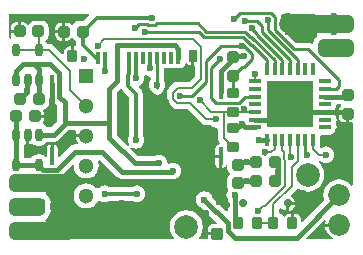
<source format=gbl>
%FSLAX44Y44*%
%MOMM*%
G71*
G01*
G75*
G04 Layer_Physical_Order=2*
G04 Layer_Color=16711680*
%ADD10O,2.5000X0.7000*%
%ADD11O,0.7000X2.5000*%
%ADD12R,0.4000X1.4000*%
G04:AMPARAMS|DCode=13|XSize=1.8mm|YSize=1.9mm|CornerRadius=0.45mm|HoleSize=0mm|Usage=FLASHONLY|Rotation=0.000|XOffset=0mm|YOffset=0mm|HoleType=Round|Shape=RoundedRectangle|*
%AMROUNDEDRECTD13*
21,1,1.8000,1.0000,0,0,0.0*
21,1,0.9000,1.9000,0,0,0.0*
1,1,0.9000,0.4500,-0.5000*
1,1,0.9000,-0.4500,-0.5000*
1,1,0.9000,-0.4500,0.5000*
1,1,0.9000,0.4500,0.5000*
%
%ADD13ROUNDEDRECTD13*%
G04:AMPARAMS|DCode=14|XSize=1.5mm|YSize=1.5mm|CornerRadius=0.375mm|HoleSize=0mm|Usage=FLASHONLY|Rotation=180.000|XOffset=0mm|YOffset=0mm|HoleType=Round|Shape=RoundedRectangle|*
%AMROUNDEDRECTD14*
21,1,1.5000,0.7500,0,0,180.0*
21,1,0.7500,1.5000,0,0,180.0*
1,1,0.7500,-0.3750,0.3750*
1,1,0.7500,0.3750,0.3750*
1,1,0.7500,0.3750,-0.3750*
1,1,0.7500,-0.3750,-0.3750*
%
%ADD14ROUNDEDRECTD14*%
%ADD15O,0.8000X1.8000*%
G04:AMPARAMS|DCode=16|XSize=1mm|YSize=1.2mm|CornerRadius=0.165mm|HoleSize=0mm|Usage=FLASHONLY|Rotation=90.000|XOffset=0mm|YOffset=0mm|HoleType=Round|Shape=RoundedRectangle|*
%AMROUNDEDRECTD16*
21,1,1.0000,0.8700,0,0,90.0*
21,1,0.6700,1.2000,0,0,90.0*
1,1,0.3300,0.4350,0.3350*
1,1,0.3300,0.4350,-0.3350*
1,1,0.3300,-0.4350,-0.3350*
1,1,0.3300,-0.4350,0.3350*
%
%ADD16ROUNDEDRECTD16*%
%ADD17C,0.2000*%
%ADD18C,0.2500*%
%ADD19C,0.4000*%
%ADD20C,0.3500*%
%ADD21C,0.6000*%
%ADD22C,1.5000*%
%ADD23C,1.1000*%
%ADD24C,0.7000*%
%ADD25C,0.7000*%
%ADD26C,2.0000*%
%ADD27R,1.3000X1.3000*%
%ADD28C,1.3000*%
%ADD29C,1.8500*%
%ADD30C,0.6000*%
G04:AMPARAMS|DCode=31|XSize=1mm|YSize=0.9mm|CornerRadius=0.198mm|HoleSize=0mm|Usage=FLASHONLY|Rotation=90.000|XOffset=0mm|YOffset=0mm|HoleType=Round|Shape=RoundedRectangle|*
%AMROUNDEDRECTD31*
21,1,1.0000,0.5040,0,0,90.0*
21,1,0.6040,0.9000,0,0,90.0*
1,1,0.3960,0.2520,0.3020*
1,1,0.3960,0.2520,-0.3020*
1,1,0.3960,-0.2520,-0.3020*
1,1,0.3960,-0.2520,0.3020*
%
%ADD31ROUNDEDRECTD31*%
G04:AMPARAMS|DCode=32|XSize=1mm|YSize=0.9mm|CornerRadius=0.198mm|HoleSize=0mm|Usage=FLASHONLY|Rotation=0.000|XOffset=0mm|YOffset=0mm|HoleType=Round|Shape=RoundedRectangle|*
%AMROUNDEDRECTD32*
21,1,1.0000,0.5040,0,0,0.0*
21,1,0.6040,0.9000,0,0,0.0*
1,1,0.3960,0.3020,-0.2520*
1,1,0.3960,-0.3020,-0.2520*
1,1,0.3960,-0.3020,0.2520*
1,1,0.3960,0.3020,0.2520*
%
%ADD32ROUNDEDRECTD32*%
G04:AMPARAMS|DCode=33|XSize=1mm|YSize=0.95mm|CornerRadius=0.1995mm|HoleSize=0mm|Usage=FLASHONLY|Rotation=270.000|XOffset=0mm|YOffset=0mm|HoleType=Round|Shape=RoundedRectangle|*
%AMROUNDEDRECTD33*
21,1,1.0000,0.5510,0,0,270.0*
21,1,0.6010,0.9500,0,0,270.0*
1,1,0.3990,-0.2755,-0.3005*
1,1,0.3990,-0.2755,0.3005*
1,1,0.3990,0.2755,0.3005*
1,1,0.3990,0.2755,-0.3005*
%
%ADD33ROUNDEDRECTD33*%
G04:AMPARAMS|DCode=34|XSize=1mm|YSize=0.95mm|CornerRadius=0.1995mm|HoleSize=0mm|Usage=FLASHONLY|Rotation=0.000|XOffset=0mm|YOffset=0mm|HoleType=Round|Shape=RoundedRectangle|*
%AMROUNDEDRECTD34*
21,1,1.0000,0.5510,0,0,0.0*
21,1,0.6010,0.9500,0,0,0.0*
1,1,0.3990,0.3005,-0.2755*
1,1,0.3990,-0.3005,-0.2755*
1,1,0.3990,-0.3005,0.2755*
1,1,0.3990,0.3005,0.2755*
%
%ADD34ROUNDEDRECTD34*%
%ADD35R,4.0000X4.0000*%
%ADD36O,0.4000X1.1000*%
%ADD37O,1.1000X0.4000*%
G04:AMPARAMS|DCode=38|XSize=0.375mm|YSize=1.5mm|CornerRadius=0.0825mm|HoleSize=0mm|Usage=FLASHONLY|Rotation=180.000|XOffset=0mm|YOffset=0mm|HoleType=Round|Shape=RoundedRectangle|*
%AMROUNDEDRECTD38*
21,1,0.3750,1.3350,0,0,180.0*
21,1,0.2100,1.5000,0,0,180.0*
1,1,0.1650,-0.1050,0.6675*
1,1,0.1650,0.1050,0.6675*
1,1,0.1650,0.1050,-0.6675*
1,1,0.1650,-0.1050,-0.6675*
%
%ADD38ROUNDEDRECTD38*%
G04:AMPARAMS|DCode=39|XSize=0.375mm|YSize=1.25mm|CornerRadius=0.0825mm|HoleSize=0mm|Usage=FLASHONLY|Rotation=180.000|XOffset=0mm|YOffset=0mm|HoleType=Round|Shape=RoundedRectangle|*
%AMROUNDEDRECTD39*
21,1,0.3750,1.0850,0,0,180.0*
21,1,0.2100,1.2500,0,0,180.0*
1,1,0.1650,-0.1050,0.5425*
1,1,0.1650,0.1050,0.5425*
1,1,0.1650,0.1050,-0.5425*
1,1,0.1650,-0.1050,-0.5425*
%
%ADD39ROUNDEDRECTD39*%
G04:AMPARAMS|DCode=40|XSize=0.375mm|YSize=1.6mm|CornerRadius=0.0825mm|HoleSize=0mm|Usage=FLASHONLY|Rotation=180.000|XOffset=0mm|YOffset=0mm|HoleType=Round|Shape=RoundedRectangle|*
%AMROUNDEDRECTD40*
21,1,0.3750,1.4350,0,0,180.0*
21,1,0.2100,1.6000,0,0,180.0*
1,1,0.1650,-0.1050,0.7175*
1,1,0.1650,0.1050,0.7175*
1,1,0.1650,0.1050,-0.7175*
1,1,0.1650,-0.1050,-0.7175*
%
%ADD40ROUNDEDRECTD40*%
G04:AMPARAMS|DCode=41|XSize=1.1mm|YSize=0.9mm|CornerRadius=0.3015mm|HoleSize=0mm|Usage=FLASHONLY|Rotation=90.000|XOffset=0mm|YOffset=0mm|HoleType=Round|Shape=RoundedRectangle|*
%AMROUNDEDRECTD41*
21,1,1.1000,0.2970,0,0,90.0*
21,1,0.4970,0.9000,0,0,90.0*
1,1,0.6030,0.1485,0.2485*
1,1,0.6030,0.1485,-0.2485*
1,1,0.6030,-0.1485,-0.2485*
1,1,0.6030,-0.1485,0.2485*
%
%ADD41ROUNDEDRECTD41*%
G04:AMPARAMS|DCode=42|XSize=1mm|YSize=0.4mm|CornerRadius=0.1mm|HoleSize=0mm|Usage=FLASHONLY|Rotation=90.000|XOffset=0mm|YOffset=0mm|HoleType=Round|Shape=RoundedRectangle|*
%AMROUNDEDRECTD42*
21,1,1.0000,0.2000,0,0,90.0*
21,1,0.8000,0.4000,0,0,90.0*
1,1,0.2000,0.1000,0.4000*
1,1,0.2000,0.1000,-0.4000*
1,1,0.2000,-0.1000,-0.4000*
1,1,0.2000,-0.1000,0.4000*
%
%ADD42ROUNDEDRECTD42*%
G04:AMPARAMS|DCode=43|XSize=0.75mm|YSize=1.1mm|CornerRadius=0.165mm|HoleSize=0mm|Usage=FLASHONLY|Rotation=180.000|XOffset=0mm|YOffset=0mm|HoleType=Round|Shape=RoundedRectangle|*
%AMROUNDEDRECTD43*
21,1,0.7500,0.7700,0,0,180.0*
21,1,0.4200,1.1000,0,0,180.0*
1,1,0.3300,-0.2100,0.3850*
1,1,0.3300,0.2100,0.3850*
1,1,0.3300,0.2100,-0.3850*
1,1,0.3300,-0.2100,-0.3850*
%
%ADD43ROUNDEDRECTD43*%
G04:AMPARAMS|DCode=44|XSize=1mm|YSize=1.1mm|CornerRadius=0.165mm|HoleSize=0mm|Usage=FLASHONLY|Rotation=180.000|XOffset=0mm|YOffset=0mm|HoleType=Round|Shape=RoundedRectangle|*
%AMROUNDEDRECTD44*
21,1,1.0000,0.7700,0,0,180.0*
21,1,0.6700,1.1000,0,0,180.0*
1,1,0.3300,-0.3350,0.3850*
1,1,0.3300,0.3350,0.3850*
1,1,0.3300,0.3350,-0.3850*
1,1,0.3300,-0.3350,-0.3850*
%
%ADD44ROUNDEDRECTD44*%
G04:AMPARAMS|DCode=45|XSize=1.1mm|YSize=0.75mm|CornerRadius=0.2512mm|HoleSize=0mm|Usage=FLASHONLY|Rotation=90.000|XOffset=0mm|YOffset=0mm|HoleType=Round|Shape=RoundedRectangle|*
%AMROUNDEDRECTD45*
21,1,1.1000,0.2475,0,0,90.0*
21,1,0.5975,0.7500,0,0,90.0*
1,1,0.5025,0.1238,0.2988*
1,1,0.5025,0.1238,-0.2988*
1,1,0.5025,-0.1238,-0.2988*
1,1,0.5025,-0.1238,0.2988*
%
%ADD45ROUNDEDRECTD45*%
G04:AMPARAMS|DCode=46|XSize=1.1mm|YSize=0.6mm|CornerRadius=0.201mm|HoleSize=0mm|Usage=FLASHONLY|Rotation=270.000|XOffset=0mm|YOffset=0mm|HoleType=Round|Shape=RoundedRectangle|*
%AMROUNDEDRECTD46*
21,1,1.1000,0.1980,0,0,270.0*
21,1,0.6980,0.6000,0,0,270.0*
1,1,0.4020,-0.0990,-0.3490*
1,1,0.4020,-0.0990,0.3490*
1,1,0.4020,0.0990,0.3490*
1,1,0.4020,0.0990,-0.3490*
%
%ADD46ROUNDEDRECTD46*%
G04:AMPARAMS|DCode=47|XSize=1.5mm|YSize=3mm|CornerRadius=0.375mm|HoleSize=0mm|Usage=FLASHONLY|Rotation=270.000|XOffset=0mm|YOffset=0mm|HoleType=Round|Shape=RoundedRectangle|*
%AMROUNDEDRECTD47*
21,1,1.5000,2.2500,0,0,270.0*
21,1,0.7500,3.0000,0,0,270.0*
1,1,0.7500,-1.1250,-0.3750*
1,1,0.7500,-1.1250,0.3750*
1,1,0.7500,1.1250,0.3750*
1,1,0.7500,1.1250,-0.3750*
%
%ADD47ROUNDEDRECTD47*%
G36*
X61343Y95827D02*
X60943Y94860D01*
X60799Y93770D01*
X69750D01*
Y91230D01*
X60799D01*
X60943Y90140D01*
X61854Y87941D01*
X63046Y86388D01*
X62575Y85118D01*
X60250D01*
X57909Y84652D01*
X55924Y83326D01*
X46654Y74056D01*
X45481Y74542D01*
Y81675D01*
X45220Y82988D01*
X44476Y84101D01*
X43363Y84845D01*
X42270Y85062D01*
Y75000D01*
X39730D01*
Y85062D01*
X38637Y84845D01*
X37524Y84101D01*
X36780Y82988D01*
X36519Y81675D01*
Y74820D01*
X35249Y74435D01*
X34823Y75073D01*
X32835Y76401D01*
X30490Y76868D01*
X28510D01*
X26165Y76401D01*
X24177Y75073D01*
X23038Y73368D01*
X16962D01*
X16617Y73884D01*
Y84475D01*
X17888Y85344D01*
X18730Y85177D01*
Y93250D01*
X21270D01*
Y85177D01*
X22765Y85474D01*
X23035Y85654D01*
X24177Y85427D01*
X26165Y84099D01*
X28510Y83632D01*
X30490D01*
X32835Y84099D01*
X34823Y85427D01*
X35963Y87133D01*
X42250D01*
X44591Y87598D01*
X46576Y88924D01*
X54534Y96882D01*
X60637D01*
X61343Y95827D01*
D02*
G37*
G36*
X39950Y125144D02*
X40904D01*
X41348Y122909D01*
X42674Y120924D01*
X45382Y118216D01*
Y105034D01*
X39716Y99368D01*
X35963D01*
X34823Y101073D01*
X33642Y101862D01*
X33226Y103509D01*
X33238Y103543D01*
X33527Y103976D01*
X33879Y105745D01*
Y107480D01*
X26500D01*
Y110020D01*
X33879D01*
Y111755D01*
X33527Y113525D01*
X33359Y113776D01*
X33845Y114949D01*
X34594Y115098D01*
X36577Y116423D01*
X37902Y118406D01*
X38367Y120745D01*
Y124174D01*
X39637Y125206D01*
X39950Y125144D01*
D02*
G37*
G36*
X99832Y131885D02*
X100855Y130354D01*
X105887Y125322D01*
Y92358D01*
X105635Y92030D01*
X104930Y90327D01*
X104690Y88500D01*
X104930Y86673D01*
X105635Y84970D01*
X106156Y84292D01*
X105199Y83453D01*
X95367Y93284D01*
Y120500D01*
X95368Y120500D01*
Y129216D01*
X98391Y132239D01*
X99832Y131885D01*
D02*
G37*
G36*
X272538Y20290D02*
X272264Y19628D01*
X272026Y17820D01*
X283750D01*
Y15280D01*
X272026D01*
X272264Y13472D01*
X273451Y10604D01*
X275341Y8141D01*
X277804Y6252D01*
X278754Y5858D01*
X278501Y4588D01*
X256699D01*
X256213Y5762D01*
X271461Y21010D01*
X272538Y20290D01*
D02*
G37*
G36*
X285225Y118886D02*
X285361Y117583D01*
X285312Y117416D01*
X284725Y117024D01*
X283723Y115525D01*
X283371Y113755D01*
Y112270D01*
X291000D01*
Y111000D01*
X292270D01*
Y103621D01*
X294005D01*
X294430Y103706D01*
X295412Y102900D01*
Y50604D01*
X294142Y50173D01*
X293200Y51400D01*
X290432Y53524D01*
X287209Y54859D01*
X283750Y55314D01*
X280291Y54859D01*
X277068Y53524D01*
X274300Y51400D01*
X272176Y48632D01*
X270841Y45409D01*
X270386Y41950D01*
X270841Y38491D01*
X271075Y37926D01*
X252552Y19403D01*
X251378Y19889D01*
Y21770D01*
X251028Y23534D01*
X250029Y25029D01*
X248534Y26028D01*
X246770Y26379D01*
X245520D01*
Y18750D01*
X242980D01*
Y26379D01*
X241730D01*
X239966Y26028D01*
X238471Y25029D01*
X237733Y23925D01*
X236403Y24103D01*
X235081Y26081D01*
X233347Y27240D01*
Y30744D01*
X234475Y31599D01*
X234618Y31597D01*
X235586Y30336D01*
X236952Y29287D01*
X238543Y28628D01*
X238980Y28571D01*
Y35000D01*
X240250D01*
Y36270D01*
X246679D01*
X246622Y36707D01*
X245963Y38298D01*
X244914Y39664D01*
X243617Y40660D01*
X243388Y40930D01*
X243173Y42011D01*
X247605Y46443D01*
X248029Y47078D01*
X249746Y47362D01*
X250190Y47021D01*
X253595Y45610D01*
X257250Y45129D01*
X260905Y45610D01*
X264310Y47021D01*
X267235Y49265D01*
X269479Y52190D01*
X270890Y55595D01*
X271371Y59250D01*
X270890Y62905D01*
X269479Y66310D01*
X267235Y69235D01*
X266329Y69930D01*
X266679Y70912D01*
X267898Y71150D01*
X269220Y70135D01*
X270923Y69430D01*
X272750Y69190D01*
X274577Y69430D01*
X276280Y70135D01*
X277742Y71258D01*
X278864Y72720D01*
X279570Y74423D01*
X279810Y76250D01*
X279570Y78077D01*
X278864Y79780D01*
X277742Y81243D01*
X276280Y82365D01*
X274577Y83070D01*
X272750Y83310D01*
X270923Y83070D01*
X269220Y82365D01*
X268448Y81772D01*
X267265Y82955D01*
X267402Y83159D01*
X267868Y85500D01*
Y92263D01*
X268361Y92889D01*
X268987Y93382D01*
X275750D01*
X278091Y93848D01*
X280076Y95174D01*
X281402Y97159D01*
X281868Y99500D01*
X281402Y101841D01*
X280795Y102750D01*
X281402Y103659D01*
X281868Y106000D01*
X281402Y108341D01*
X280076Y110326D01*
X279856Y110473D01*
X280027Y110729D01*
X280126Y111230D01*
X278723D01*
X278091Y111652D01*
X275750Y112118D01*
X272250D01*
Y112882D01*
X275750D01*
X278091Y113348D01*
X278723Y113770D01*
X280126D01*
X280027Y114271D01*
X279856Y114527D01*
X280076Y114674D01*
X281402Y116659D01*
X281868Y119000D01*
X282181Y119382D01*
X284482D01*
X285225Y118886D01*
D02*
G37*
G36*
X161270Y151834D02*
X161902Y151316D01*
Y142612D01*
X157388Y138098D01*
X147124D01*
X145173Y137710D01*
X143519Y136605D01*
X139395Y132481D01*
X138290Y130827D01*
X137902Y128876D01*
Y123265D01*
X138290Y121314D01*
X139395Y119660D01*
X142910Y116145D01*
X144564Y115040D01*
X146515Y114652D01*
X155638D01*
X167645Y102645D01*
X169299Y101540D01*
X171250Y101152D01*
X175145D01*
X176470Y100135D01*
X178173Y99430D01*
X180000Y99190D01*
X180902Y98399D01*
Y90500D01*
X181290Y88549D01*
X182395Y86895D01*
X183011Y86279D01*
X182716Y85566D01*
X182399Y85096D01*
X181137Y84845D01*
X180024Y84101D01*
X179280Y82988D01*
X179019Y81675D01*
Y76270D01*
X183500D01*
Y75000D01*
X184770D01*
Y64938D01*
X185863Y65155D01*
X186976Y65899D01*
X187720Y67012D01*
X187862Y67729D01*
X189132Y67604D01*
Y65245D01*
X189598Y62906D01*
X190923Y60923D01*
X191353Y60635D01*
Y59365D01*
X190923Y59077D01*
X189598Y57094D01*
X189132Y54755D01*
Y49245D01*
X189598Y46906D01*
X190008Y46292D01*
X189386Y45480D01*
X188680Y43777D01*
X188440Y41950D01*
X188680Y40123D01*
X189382Y38427D01*
Y28928D01*
X188209Y28442D01*
X176567Y40085D01*
X175865Y41780D01*
X174742Y43243D01*
X173280Y44365D01*
X171577Y45070D01*
X169750Y45310D01*
X167923Y45070D01*
X166220Y44365D01*
X164758Y43243D01*
X163636Y41780D01*
X162930Y40077D01*
X162690Y38250D01*
X162930Y36423D01*
X163636Y34720D01*
X164758Y33258D01*
X166220Y32136D01*
X167915Y31433D01*
X180553Y18795D01*
X180067Y17622D01*
X177150D01*
X175515Y17297D01*
X174129Y16371D01*
X173203Y14985D01*
X172878Y13350D01*
Y10770D01*
X180500D01*
Y8230D01*
X172878D01*
Y5650D01*
X172894Y5570D01*
X172088Y4588D01*
X165566D01*
X164940Y5858D01*
X166729Y8190D01*
X168140Y11595D01*
X168621Y15250D01*
X168140Y18905D01*
X166729Y22310D01*
X164485Y25235D01*
X161560Y27479D01*
X158155Y28890D01*
X154500Y29371D01*
X150845Y28890D01*
X147440Y27479D01*
X144515Y25235D01*
X142271Y22310D01*
X140860Y18905D01*
X140379Y15250D01*
X140860Y11595D01*
X142271Y8190D01*
X144060Y5858D01*
X143434Y4588D01*
X50162D01*
X49356Y5570D01*
X49372Y5650D01*
Y8230D01*
X43000D01*
Y9500D01*
X41730D01*
Y17622D01*
X40900D01*
X39265Y17297D01*
X38281Y16639D01*
X37072Y16984D01*
X36890Y17121D01*
X36675Y18204D01*
X35285Y20285D01*
X35198Y20343D01*
X35315Y21792D01*
X36527Y22723D01*
X37077Y23438D01*
X37492Y23758D01*
X38614Y25220D01*
X39320Y26923D01*
X39560Y28750D01*
X39320Y30577D01*
X38817Y31792D01*
Y33208D01*
X39320Y34423D01*
X39560Y36250D01*
X39320Y38077D01*
X38614Y39780D01*
X37492Y41242D01*
X36030Y42365D01*
X35771Y42472D01*
X35655Y43895D01*
X36925Y45796D01*
X37413Y48250D01*
Y50730D01*
X19750D01*
Y53270D01*
X37413D01*
Y55750D01*
X37284Y56401D01*
X38089Y57382D01*
X44750D01*
X47091Y57848D01*
X49076Y59174D01*
X58105Y68203D01*
X59244Y67642D01*
X59159Y67000D01*
X59520Y64259D01*
X60578Y61705D01*
X62261Y59511D01*
X64455Y57828D01*
X67009Y56770D01*
X69750Y56409D01*
X72491Y56770D01*
X75045Y57828D01*
X77239Y59511D01*
X78922Y61705D01*
X79980Y64259D01*
X80341Y67000D01*
X79980Y69741D01*
X79600Y70658D01*
X80407Y72029D01*
X81001Y72097D01*
X95424Y57674D01*
X97409Y56348D01*
X99750Y55883D01*
X140684D01*
X141173Y55680D01*
X143000Y55440D01*
X144827Y55680D01*
X146530Y56385D01*
X147992Y57508D01*
X149115Y58970D01*
X149820Y60673D01*
X150060Y62500D01*
X149820Y64327D01*
X149115Y66030D01*
X147992Y67492D01*
X146530Y68615D01*
X144827Y69320D01*
X143000Y69560D01*
X141173Y69320D01*
X139809Y68755D01*
X139486Y68818D01*
X138881Y69133D01*
X138498Y69470D01*
X138320Y70827D01*
X137614Y72530D01*
X136492Y73992D01*
X135030Y75114D01*
X133327Y75820D01*
X131500Y76060D01*
X129673Y75820D01*
X127977Y75118D01*
X113534D01*
X106702Y81949D01*
X107542Y82906D01*
X108220Y82386D01*
X109923Y81680D01*
X111750Y81440D01*
X113577Y81680D01*
X115280Y82386D01*
X116742Y83508D01*
X117865Y84970D01*
X118570Y86673D01*
X118810Y88500D01*
X118570Y90327D01*
X117865Y92030D01*
X117613Y92358D01*
Y127750D01*
X117166Y129994D01*
X115896Y131896D01*
X114396Y133395D01*
X114694Y134893D01*
X115280Y135135D01*
X116742Y136258D01*
X117865Y137720D01*
X118570Y139423D01*
X118810Y141250D01*
X118574Y143048D01*
X118635Y143125D01*
X119629Y143839D01*
X120220Y143385D01*
X121923Y142680D01*
X123750Y142440D01*
X124647Y141653D01*
Y140349D01*
X123636Y139030D01*
X122930Y137327D01*
X122690Y135500D01*
X122930Y133673D01*
X123636Y131970D01*
X124758Y130508D01*
X125120Y130229D01*
X125965Y128965D01*
X126215Y128715D01*
X127952Y127555D01*
X130000Y127147D01*
X132048Y127555D01*
X133785Y128715D01*
X134945Y130452D01*
X135031Y130884D01*
X135864Y131970D01*
X136570Y133673D01*
X136810Y135500D01*
X136570Y137327D01*
X135864Y139030D01*
X135353Y139697D01*
Y149402D01*
X136750D01*
X138701Y149790D01*
X138750Y149823D01*
X138799Y149790D01*
X140750Y149402D01*
X142750D01*
X144701Y149790D01*
X144750Y149823D01*
X144799Y149790D01*
X146750Y149402D01*
X148750D01*
X150701Y149790D01*
X152355Y150895D01*
X153460Y152549D01*
X153616Y153334D01*
X154964Y153603D01*
X155120Y153370D01*
X156791Y152253D01*
X158730Y151868D01*
Y160000D01*
X161270D01*
Y151834D01*
D02*
G37*
G36*
X264451Y194142D02*
X263825Y193204D01*
X263337Y190750D01*
Y188270D01*
X281000D01*
Y185730D01*
X263337D01*
Y183250D01*
X263825Y180796D01*
X265215Y178715D01*
X265374Y178609D01*
X265319Y177118D01*
X264223Y176277D01*
X262980Y174658D01*
X262199Y172773D01*
X261933Y170750D01*
Y170470D01*
X261884Y170413D01*
X260663Y169843D01*
X259387Y170695D01*
X257339Y171103D01*
X247717D01*
X234853Y183967D01*
Y192589D01*
X234544Y194142D01*
X235339Y195412D01*
X263773D01*
X264451Y194142D01*
D02*
G37*
G36*
X72197Y194238D02*
X67576Y189617D01*
X63995D01*
X61656Y189152D01*
X59673Y187827D01*
X58636Y186275D01*
X57333Y186139D01*
X57167Y186188D01*
X56775Y186775D01*
X55275Y187777D01*
X53505Y188129D01*
X52020D01*
Y180500D01*
Y172871D01*
X53505D01*
X55275Y173223D01*
X56775Y174226D01*
X57167Y174812D01*
X57333Y174861D01*
X58636Y174725D01*
X59673Y173173D01*
X60887Y172361D01*
Y169500D01*
X61012Y168872D01*
X60114Y167974D01*
X59235Y168149D01*
X59020D01*
Y160000D01*
X56480D01*
Y168149D01*
X56265D01*
X54098Y167718D01*
X52260Y166490D01*
X51032Y164653D01*
X50601Y162485D01*
Y161768D01*
X49428Y161282D01*
X41855Y168855D01*
X40201Y169960D01*
X38250Y170348D01*
X36298D01*
X36151Y171085D01*
X35126Y172620D01*
X36327Y173423D01*
X37652Y175406D01*
X38117Y177745D01*
Y183755D01*
X37652Y186094D01*
X36327Y188077D01*
X34344Y189402D01*
X32005Y189867D01*
X26495D01*
X24156Y189402D01*
X22173Y188077D01*
X21136Y186525D01*
X19833Y186389D01*
X19667Y186438D01*
X19274Y187024D01*
X17774Y188027D01*
X16005Y188379D01*
X14520D01*
Y180750D01*
X13250D01*
Y179480D01*
X5871D01*
Y177745D01*
X6223Y175975D01*
X6304Y175854D01*
X5943Y174475D01*
X5858Y174436D01*
X4588Y175244D01*
Y195412D01*
X71712D01*
X72197Y194238D01*
D02*
G37*
%LPC*%
G36*
X69750Y52091D02*
X67009Y51730D01*
X64455Y50672D01*
X62261Y48989D01*
X60578Y46795D01*
X59520Y44241D01*
X59159Y41500D01*
X59520Y38759D01*
X60578Y36205D01*
X62261Y34011D01*
X64455Y32328D01*
X67009Y31270D01*
X69750Y30909D01*
X72491Y31270D01*
X75045Y32328D01*
X77239Y34011D01*
X78922Y36205D01*
X79409Y37381D01*
X80932Y37740D01*
X81720Y37136D01*
X83423Y36430D01*
X85250Y36190D01*
X87077Y36430D01*
X88780Y37136D01*
X89108Y37387D01*
X108892D01*
X109220Y37136D01*
X110923Y36430D01*
X112750Y36190D01*
X114577Y36430D01*
X116280Y37136D01*
X117742Y38258D01*
X118864Y39720D01*
X119570Y41423D01*
X119810Y43250D01*
X119570Y45077D01*
X118864Y46780D01*
X117742Y48242D01*
X116280Y49365D01*
X114577Y50070D01*
X112750Y50310D01*
X110923Y50070D01*
X109220Y49365D01*
X108892Y49113D01*
X89108D01*
X88780Y49365D01*
X87077Y50070D01*
X85250Y50310D01*
X83423Y50070D01*
X81720Y49365D01*
X80258Y48242D01*
X79835Y47691D01*
X78234D01*
X77239Y48989D01*
X75045Y50672D01*
X72491Y51730D01*
X69750Y52091D01*
D02*
G37*
G36*
X246679Y33730D02*
X241520D01*
Y28571D01*
X241957Y28628D01*
X243548Y29287D01*
X244914Y30336D01*
X245963Y31702D01*
X246622Y33293D01*
X246679Y33730D01*
D02*
G37*
G36*
X45100Y17622D02*
X44270D01*
Y10770D01*
X49372D01*
Y13350D01*
X49047Y14985D01*
X48121Y16371D01*
X46735Y17297D01*
X45100Y17622D01*
D02*
G37*
G36*
X182230Y73730D02*
X179019D01*
Y68325D01*
X179280Y67012D01*
X180024Y65899D01*
X181137Y65155D01*
X182230Y64938D01*
Y73730D01*
D02*
G37*
G36*
X49480Y179230D02*
X43371D01*
Y177495D01*
X43723Y175725D01*
X44725Y174226D01*
X46226Y173223D01*
X47995Y172871D01*
X49480D01*
Y179230D01*
D02*
G37*
G36*
X289730Y109730D02*
X283371D01*
Y108245D01*
X283723Y106475D01*
X284725Y104975D01*
X286225Y103973D01*
X287995Y103621D01*
X289730D01*
Y109730D01*
D02*
G37*
G36*
X11980Y188379D02*
X10495D01*
X8726Y188027D01*
X7225Y187024D01*
X6223Y185525D01*
X5871Y183755D01*
Y182020D01*
X11980D01*
Y188379D01*
D02*
G37*
G36*
X49480Y188129D02*
X47995D01*
X46226Y187777D01*
X44725Y186775D01*
X43723Y185275D01*
X43371Y183505D01*
Y181770D01*
X49480D01*
Y188129D01*
D02*
G37*
%LPD*%
D17*
X79750Y168750D02*
X85000Y174000D01*
X160250D01*
X167000Y167250D01*
Y140500D02*
Y167250D01*
X159500Y133000D02*
X167000Y140500D01*
X147124Y133000D02*
X159500D01*
X143000Y128876D02*
X147124Y133000D01*
X143000Y123265D02*
Y128876D01*
Y123265D02*
X146515Y119750D01*
X157750D01*
X171250Y106250D01*
X180000D01*
X248750Y79500D02*
Y90000D01*
Y79500D02*
X249250Y79000D01*
Y70799D02*
Y79000D01*
X244000Y65549D02*
X249250Y70799D01*
X235750Y80333D02*
Y89000D01*
Y80333D02*
X237250Y78833D01*
Y72265D02*
Y78833D01*
Y72265D02*
X238250Y71265D01*
Y50176D02*
Y71265D01*
X242250Y76130D02*
Y89000D01*
Y76130D02*
X243630Y74750D01*
X243250D02*
X244010D01*
X214250Y18750D02*
X228249D01*
Y34298D01*
X244000Y50048D01*
X219000Y33000D02*
X221074D01*
X238250Y50176D01*
X214750Y28750D02*
X219000Y33000D01*
X226500Y78250D02*
X229250Y81000D01*
X223500Y78250D02*
X226500D01*
X221250Y76000D02*
X223500Y78250D01*
X244000Y50048D02*
Y65549D01*
X261750Y81260D02*
X266760Y76250D01*
X261750Y81260D02*
Y89000D01*
X266760Y76250D02*
X272750D01*
X186000Y112500D02*
X194000D01*
X175750D02*
X186000D01*
Y90500D02*
Y112500D01*
Y90500D02*
X194000Y82500D01*
X229250Y81000D02*
Y89000D01*
X165750Y122500D02*
X175750Y112500D01*
X194000D02*
X212250D01*
X212250Y138500D02*
Y144500D01*
X56000Y131250D02*
X69750Y117500D01*
X56000Y131250D02*
Y147500D01*
X38250Y165250D02*
X56000Y147500D01*
X10500Y165250D02*
X29500D01*
X38250D01*
X29500D02*
Y180500D01*
X29250Y180750D02*
X29500Y180500D01*
D18*
X164114Y187750D02*
X171364Y180500D01*
X129339Y187750D02*
X164114D01*
X165500Y180000D02*
X169500Y176000D01*
X119500Y180000D02*
X165500D01*
X127589Y186000D02*
X129339Y187750D01*
X122411Y186000D02*
X127589D01*
X121161Y187250D02*
X122411Y186000D01*
X114250Y187250D02*
X121161D01*
X110625Y183625D02*
X114250Y187250D01*
X171364Y180500D02*
X204161D01*
X169500Y176000D02*
X202250D01*
X171250Y155500D02*
X184250Y168500D01*
X175750Y150000D02*
X183250Y157500D01*
X175750Y136876D02*
Y150000D01*
X175500Y136626D02*
X175750Y136876D01*
X175500Y135886D02*
Y136626D01*
X171250Y138740D02*
Y155500D01*
X171000Y138490D02*
X171250Y138740D01*
X171000Y137750D02*
Y138490D01*
X159000Y125750D02*
X171000Y137750D01*
X175000Y135386D02*
X175500Y135886D01*
X175000Y124500D02*
Y135386D01*
X198686Y120250D02*
X203936Y125500D01*
X179250Y120250D02*
X198686D01*
X255250Y77880D02*
X257000Y76130D01*
X255250Y77880D02*
Y89000D01*
X272250Y132000D02*
X281500D01*
X283794Y134294D01*
Y139294D01*
X203936Y125500D02*
X212250D01*
X194000Y128500D02*
Y143000D01*
X194500Y191000D02*
X199750Y196250D01*
X175000Y124500D02*
X179250Y120250D01*
X194000Y143000D02*
X201250Y150250D01*
X130000Y132500D02*
Y152339D01*
X129750D02*
X130000D01*
X129750D02*
Y158500D01*
X129750Y158500D02*
X129750Y158500D01*
X149000Y125750D02*
X159000D01*
X129750Y132750D02*
X130000Y132500D01*
X129750Y132750D02*
Y135500D01*
X203750Y189250D02*
X204000Y189500D01*
X214136D01*
X225839Y196250D02*
X229500Y192589D01*
X199750Y196250D02*
X225839D01*
X210250Y182772D02*
Y183250D01*
X257339Y165750D02*
X283794Y139294D01*
X184250Y168500D02*
X203250D01*
X210250Y161500D01*
X202250Y176000D02*
X209206Y169044D01*
X229500Y181750D02*
Y192589D01*
Y181750D02*
X245500Y165750D01*
X257339D01*
X235750Y149000D02*
Y156408D01*
X209206Y169044D02*
X210386D01*
X222750Y156680D01*
Y149000D02*
Y156680D01*
X242250Y149000D02*
Y156272D01*
X218750Y179772D02*
X242250Y156272D01*
X248750Y149000D02*
Y156136D01*
X223250Y181636D02*
Y190000D01*
Y181636D02*
X248750Y156136D01*
X210250Y182772D02*
X214250Y178772D01*
Y177908D02*
Y178772D01*
Y177908D02*
X235750Y156408D01*
X218750Y179772D02*
Y184886D01*
X214136Y189500D02*
X218750Y184886D01*
X229250Y149000D02*
Y156544D01*
X209647Y176147D02*
X229250Y156544D01*
X204161Y180500D02*
X208514Y176147D01*
X209647D01*
X201250Y150250D02*
X203500D01*
X210250Y157000D01*
Y161500D01*
D19*
X96000Y169000D02*
X144750D01*
X195500Y21500D02*
Y41950D01*
Y21500D02*
X198250Y18750D01*
Y20250D01*
X169750Y38250D02*
X189660Y18340D01*
Y12090D02*
Y18340D01*
Y12090D02*
X195750Y6000D01*
X247800D01*
X283750Y41950D01*
X232250Y61750D02*
Y70000D01*
Y54000D02*
Y61750D01*
X194000Y98500D02*
X197250D01*
X201250Y102500D01*
X216250Y89000D02*
X222750D01*
X201250Y102500D02*
X204250Y99500D01*
X212250D01*
Y106000D02*
X229250D01*
X242250Y119000D01*
X248750Y112500D02*
X272250D01*
X242250Y119000D02*
X248750Y112500D01*
X272250Y125500D02*
X289500D01*
X291000Y127000D01*
X272250Y112500D02*
X289500D01*
X201250Y54000D02*
X208750D01*
X216250D01*
X201250Y70000D02*
X208750D01*
X216250D01*
X194000Y157500D02*
Y159000D01*
X183500Y147000D02*
X194000Y157500D01*
X183500Y129750D02*
Y147000D01*
X194500Y159500D02*
X203250D01*
X194000Y159000D02*
X194500Y159500D01*
X147750Y158500D02*
Y166000D01*
X144750Y169000D02*
X147750Y166000D01*
X10500Y139250D02*
Y147000D01*
X16500Y153000D01*
X25250D01*
X29500Y148750D01*
Y123750D02*
Y139250D01*
Y148750D01*
X96000Y138500D02*
Y169000D01*
X25250Y153000D02*
X39299D01*
X10500Y93250D02*
Y108750D01*
Y67250D02*
Y93250D01*
Y67250D02*
X29500D01*
Y93250D02*
X42250D01*
X111000Y69000D02*
X131500D01*
X89250Y90750D02*
X111000Y69000D01*
X89250Y90750D02*
Y131750D01*
X142500Y62000D02*
X143000Y62500D01*
X99750Y62000D02*
X142500D01*
X82750Y79000D02*
X99750Y62000D01*
X60250Y79000D02*
X82750D01*
X33250Y63500D02*
X44750D01*
X29500Y67250D02*
X33250Y63500D01*
X44750D02*
X60250Y79000D01*
X42250Y93250D02*
X51500Y102500D01*
X89250Y131750D02*
X96000Y138500D01*
X89250Y120500D02*
Y131750D01*
X51500Y102500D02*
X52000Y103000D01*
X88750D01*
X51500Y102500D02*
Y120750D01*
X47000Y125250D02*
X51500Y120750D01*
X47000Y125250D02*
Y145299D01*
X39299Y153000D02*
X47000Y145299D01*
X13500Y123750D02*
X19500Y129750D01*
Y138750D02*
X20000Y139250D01*
X19500Y129750D02*
Y130250D01*
Y138750D01*
X41000Y116250D02*
Y135750D01*
X39000Y114250D02*
X41000Y116250D01*
D20*
X77750Y158500D02*
X79750D01*
X66750Y169500D02*
X77750Y158500D01*
X66750Y169500D02*
Y180500D01*
X78500Y192250D02*
X125000D01*
X66750Y180500D02*
X78500Y192250D01*
X123750Y149500D02*
Y158500D01*
X105750D02*
X106000Y158250D01*
Y145046D02*
Y158250D01*
X105000Y144046D02*
X106000Y145046D01*
X105000Y134500D02*
Y144046D01*
Y134500D02*
X111750Y127750D01*
Y88500D02*
Y127750D01*
X85750Y146750D02*
Y158500D01*
X85250Y43250D02*
X112750D01*
X111750Y141250D02*
Y158500D01*
D22*
X240250Y187000D02*
X279250D01*
X19750Y52000D02*
X49261D01*
X51261Y50000D01*
Y31390D02*
Y50000D01*
Y31390D02*
X61901Y20750D01*
X118430D01*
X136715Y39035D01*
X143475D01*
X162500Y58060D01*
Y80750D01*
X133250Y110000D02*
X162500Y80750D01*
X133250Y110000D02*
Y118000D01*
X19500Y12000D02*
X53098D01*
X287500Y74250D02*
Y93750D01*
D25*
X202250Y35000D02*
D03*
X240250D02*
D03*
D26*
X154500Y15250D02*
D03*
X257250Y59250D02*
D03*
D27*
X69750Y143000D02*
D03*
D28*
Y117500D02*
D03*
Y92500D02*
D03*
Y67000D02*
D03*
Y41500D02*
D03*
D29*
X283750Y41950D02*
D03*
Y16550D02*
D03*
D30*
X79750Y168750D02*
D03*
X119500Y180000D02*
D03*
X180000Y106250D02*
D03*
X203000Y114750D02*
D03*
X257000Y76130D02*
D03*
X243250Y74750D02*
D03*
X195500Y41950D02*
D03*
X214750Y28750D02*
D03*
X221250Y78250D02*
D03*
X216250Y89000D02*
D03*
X201250Y102500D02*
D03*
X205750Y70000D02*
D03*
Y54000D02*
D03*
X194500Y191000D02*
D03*
X110625Y183625D02*
D03*
X125000Y192250D02*
D03*
X183250Y157500D02*
D03*
X203250Y159500D02*
D03*
X123750Y149500D02*
D03*
X85750Y146750D02*
D03*
X111750Y88500D02*
D03*
X85250Y43250D02*
D03*
X112750D02*
D03*
X169750Y38250D02*
D03*
X143000Y62500D02*
D03*
X131500Y69000D02*
D03*
X165750Y122500D02*
D03*
X149000Y125750D02*
D03*
X129750Y135500D02*
D03*
X111750Y141250D02*
D03*
X275750Y167000D02*
D03*
X268750D02*
D03*
X279250Y187000D02*
D03*
Y193500D02*
D03*
Y180500D02*
D03*
X203750Y189250D02*
D03*
X210250Y183250D02*
D03*
X201250Y168000D02*
D03*
X223250Y190000D02*
D03*
X240250Y180500D02*
D03*
Y193500D02*
D03*
Y187000D02*
D03*
X272750Y76250D02*
D03*
X212250Y144500D02*
D03*
X252250Y133250D02*
D03*
X244250Y133500D02*
D03*
X233750Y133250D02*
D03*
X227500Y126000D02*
D03*
X228750Y117250D02*
D03*
X229250Y106000D02*
D03*
X241750Y105750D02*
D03*
X253000D02*
D03*
X255000Y118250D02*
D03*
X242250Y119000D02*
D03*
X285500Y95683D02*
D03*
X290000Y89000D02*
D03*
X285500Y78250D02*
D03*
X289250Y69430D02*
D03*
X266699Y42250D02*
D03*
X258500Y38298D02*
D03*
X249891Y28500D02*
D03*
X257000Y30000D02*
D03*
X253250Y44000D02*
D03*
X182250Y36250D02*
D03*
X170750Y27258D02*
D03*
X188500Y33500D02*
D03*
X164250Y29287D02*
D03*
X144500Y31885D02*
D03*
X130250Y40125D02*
D03*
X122000Y50540D02*
D03*
X108250Y53250D02*
D03*
X100000Y35000D02*
D03*
X83250Y31406D02*
D03*
X74500Y26359D02*
D03*
X73000Y15000D02*
D03*
X53750Y37000D02*
D03*
X60500Y54500D02*
D03*
X43000Y52000D02*
D03*
X43500Y38000D02*
D03*
X52250Y87750D02*
D03*
X21750Y81174D02*
D03*
X40000Y110500D02*
D03*
X19500Y130250D02*
D03*
X174000Y87500D02*
D03*
X173380Y79000D02*
D03*
X153750Y82912D02*
D03*
X141000Y88000D02*
D03*
X138881Y99750D02*
D03*
X125000Y99035D02*
D03*
X126250Y82180D02*
D03*
X116000Y78250D02*
D03*
X100250Y110011D02*
D03*
X249750Y173000D02*
D03*
X232250Y61750D02*
D03*
X40750Y173750D02*
D03*
X67750Y157000D02*
D03*
X17522Y191250D02*
D03*
X49500D02*
D03*
X32500Y36250D02*
D03*
Y28750D02*
D03*
D31*
X214250Y18750D02*
D03*
X198250D02*
D03*
X244250D02*
D03*
X228250D02*
D03*
D32*
X194000Y82500D02*
D03*
Y98500D02*
D03*
Y112500D02*
D03*
Y128500D02*
D03*
D33*
X213250Y70000D02*
D03*
X229250D02*
D03*
Y54000D02*
D03*
X213250D02*
D03*
X29500Y123750D02*
D03*
X13500D02*
D03*
X10500Y108750D02*
D03*
X26500D02*
D03*
X13250Y180750D02*
D03*
X29250D02*
D03*
X50750Y180500D02*
D03*
X66750D02*
D03*
D34*
X198250Y52000D02*
D03*
Y68000D02*
D03*
X291000Y111000D02*
D03*
Y127000D02*
D03*
X194000Y143000D02*
D03*
Y159000D02*
D03*
D35*
X242250Y119000D02*
D03*
D36*
X261750Y149000D02*
D03*
X255250D02*
D03*
X248750D02*
D03*
X242250D02*
D03*
X235750D02*
D03*
X229250D02*
D03*
X222750D02*
D03*
Y89000D02*
D03*
X229250D02*
D03*
X235750D02*
D03*
X242250D02*
D03*
X248750D02*
D03*
X255250D02*
D03*
X261750D02*
D03*
D37*
X212250Y138500D02*
D03*
Y132000D02*
D03*
Y125500D02*
D03*
Y119000D02*
D03*
Y112500D02*
D03*
Y106000D02*
D03*
Y99500D02*
D03*
X272250D02*
D03*
Y106000D02*
D03*
Y112500D02*
D03*
Y119000D02*
D03*
Y125500D02*
D03*
Y132000D02*
D03*
Y138500D02*
D03*
D38*
X41000Y75000D02*
D03*
X183500D02*
D03*
D39*
Y129750D02*
D03*
D40*
X41000Y135750D02*
D03*
D41*
X57750Y160000D02*
D03*
D42*
X105750Y158500D02*
D03*
X147750D02*
D03*
X141750Y158500D02*
D03*
X129750Y158500D02*
D03*
X85750D02*
D03*
X135750D02*
D03*
X79750D02*
D03*
X111750D02*
D03*
X123750D02*
D03*
X117750D02*
D03*
D43*
X43000Y9500D02*
D03*
D44*
X180500D02*
D03*
D45*
X160000Y160000D02*
D03*
D46*
X10500Y93250D02*
D03*
X20000D02*
D03*
X29500D02*
D03*
Y67250D02*
D03*
X10500D02*
D03*
X29500Y139250D02*
D03*
X20000D02*
D03*
X10500D02*
D03*
Y165250D02*
D03*
X29500D02*
D03*
D47*
X19750Y32000D02*
D03*
X19500Y12000D02*
D03*
X281000Y187000D02*
D03*
Y167000D02*
D03*
X19750Y52000D02*
D03*
M02*

</source>
